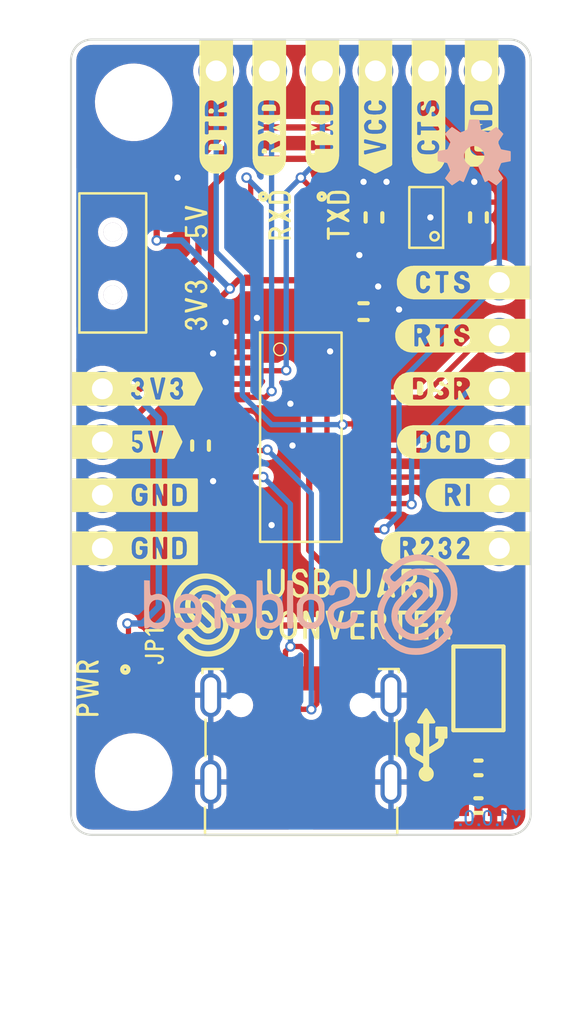
<source format=kicad_pcb>
(kicad_pcb (version 20210623) (generator pcbnew)
  (layers (0 "F.Cu" mixed) (31 "B.Cu" signal) (34 "B.Paste" user) (35 "F.Paste" user) (36 "B.SilkS" user "B.Silkscreen") (37 "F.SilkS" user "F.Silkscreen") (38 "B.Mask" user) (39 "F.Mask" user) (44 "Edge.Cuts" user))
  (net 0 "")
  (net 1 "VUSB")
  (net 2 "GND")
  (net 3 "Net-(C2-Pad1)")
  (net 4 "+3V3")
  (net 5 "TXD0")
  (net 6 "Net-(D1-Pad1)")
  (net 7 "RXD0")
  (net 8 "Net-(D2-Pad1)")
  (net 9 "Net-(D3-Pad1)")
  (net 10 "Net-(F1-Pad2)")
  (net 12 "D-")
  (net 13 "D+")
  (net 14 "Net-(K1-PadB5)")
  (net 16 "Net-(K1-PadA5)")
  (net 17 "R232")
  (net 18 "RI")
  (net 19 "DCD")
  (net 20 "DSR")
  (net 21 "RTS")
  (net 22 "CTS")
  (net 23 "Net-(K4-Pad4)")
  (net 24 "DTR")
  (net 26 "Net-(R5-Pad1)")
  (footprint "Soldered Graphics:Logo-Front-Soldered-4mm" (layer "F.Cu") (at 106.5 119.5)
    (fp_text reference "G***" hide)
    (fp_text value "LOGO" hide)
  )
  (footprint "buzzardLabel" (layer "F.Cu") (at 99.6 108.69)
    (fp_text reference "" (at 0 0) (layer "F.SilkS") (effects (font (size 1.27 1.27))))
    (fp_text value "" (at 0 0) (layer "F.SilkS") (effects (font (size 1.27 1.27))))
  )
  (footprint "e-radionica.com footprinti:0402LED" (layer "F.Cu") (at 102 123 90)
    (fp_text reference "D3")
    (fp_text value "purple")
    (pad "1" smd rect locked (at -0.55 0 180) (size 0.75 0.45) (layers "F.Cu" "F.Paste" "F.Mask") (net 9 "Net-(D3-Pad1)"))
    (pad "2" smd rect locked (at 0.55 0 180) (size 0.75 0.45) (layers "F.Cu" "F.Paste" "F.Mask") (net 2 "GND"))
  )
  (footprint "e-radionica.com footprinti:0603C" (layer "F.Cu") (at 114 105 180)
    (fp_text reference "C1")
    (fp_text value "0.1uF")
    (pad "1" smd rect locked (at -0.73 0 180) (size 0.66 1) (layers "F.Cu" "F.Paste" "F.Mask") (net 2 "GND"))
    (pad "2" smd rect locked (at 0.73 0 180) (size 0.66 1) (layers "F.Cu" "F.Paste" "F.Mask") (net 1 "VUSB"))
  )
  (footprint "e-radionica.com footprinti:HEADER_MALE_6X1" (layer "F.Cu") (at 120.5 109.96 -90)
    (fp_text reference "K2")
    (fp_text value "HEADER_MALE_6X1")
    (pad "1" thru_hole circle locked (at -6.35 0 270) (size 1.7 1.7) (drill 1) (layers *.Cu *.Mask) (net 22 "CTS"))
    (pad "2" thru_hole circle locked (at -3.81 0 270) (size 1.7 1.7) (drill 1) (layers *.Cu *.Mask) (net 21 "RTS"))
    (pad "3" thru_hole circle locked (at -1.27 0 270) (size 1.7 1.7) (drill 1) (layers *.Cu *.Mask) (net 20 "DSR"))
    (pad "4" thru_hole circle locked (at 1.27 0 270) (size 1.7 1.7) (drill 1) (layers *.Cu *.Mask) (net 19 "DCD"))
    (pad "5" thru_hole circle locked (at 3.81 0 270) (size 1.7 1.7) (drill 1) (layers *.Cu *.Mask) (net 18 "RI"))
    (pad "6" thru_hole circle locked (at 6.35 0 270) (size 1.7 1.7) (drill 1) (layers *.Cu *.Mask) (net 17 "R232"))
  )
  (footprint "e-radionica.com footprinti:FIDUCIAL_23" (layer "F.Cu") (at 111 128)
    (fp_text reference "FD1")
    (fp_text value "FIDUCIAL")
    (fp_circle (center 0 0) (end 1 0) (layer "F.Cu") (width 0.2) (fill none))
    (pad "1" smd circle (at 0 0) (size 1 1) (layers "F.Cu" "F.Paste" "F.Mask") (clearance 1.1))
  )
  (footprint "buzzardLabel" (layer "F.Cu") (at 122.4 108.69)
    (fp_text reference "" (at 0 0) (layer "F.SilkS") (effects (font (size 1.27 1.27))))
    (fp_text value "" (at 0 0) (layer "F.SilkS") (effects (font (size 1.27 1.27))))
  )
  (footprint "buzzardLabel" (layer "F.Cu") (at 106.95 91.6 90)
    (fp_text reference "" (at 0 0 90) (layer "F.SilkS") (effects (font (size 1.27 1.27))))
    (fp_text value "" (at 0 0 90) (layer "F.SilkS") (effects (font (size 1.27 1.27))))
  )
  (footprint "e-radionica.com footprinti:0603C" (layer "F.Cu") (at 119.5 100.5 -90)
    (fp_text reference "C3")
    (fp_text value "2.2uF")
    (pad "1" smd rect locked (at -0.73 0 270) (size 0.66 1) (layers "F.Cu" "F.Paste" "F.Mask") (net 2 "GND"))
    (pad "2" smd rect locked (at 0.73 0 270) (size 0.66 1) (layers "F.Cu" "F.Paste" "F.Mask") (net 1 "VUSB"))
  )
  (footprint "buzzardLabel" (layer "F.Cu") (at 113.5 120)
    (fp_text reference "" (at 0 0) (layer "F.SilkS") (effects (font (size 1.27 1.27))))
    (fp_text value "" (at 0 0) (layer "F.SilkS") (effects (font (size 1.27 1.27))))
  )
  (footprint "e-radionica.com footprinti:0603C" (layer "F.Cu") (at 106.2 111.4 -90)
    (fp_text reference "C2")
    (fp_text value "0.1uF")
    (pad "1" smd rect locked (at -0.73 0 270) (size 0.66 1) (layers "F.Cu" "F.Paste" "F.Mask") (net 3 "Net-(C2-Pad1)"))
    (pad "2" smd rect locked (at 0.73 0 270) (size 0.66 1) (layers "F.Cu" "F.Paste" "F.Mask") (net 2 "GND"))
  )
  (footprint "Soldered Graphics:Logo-Back-OSH-3.5mm" (layer "F.Cu") (at 119.3 97.4)
    (fp_text reference "G***" hide)
    (fp_text value "LOGO" hide)
  )
  (footprint "buzzardLabel" (layer "F.Cu") (at 100.8 123 90)
    (fp_text reference "" (at 0 0 90) (layer "F.SilkS") (effects (font (size 1.27 1.27))))
    (fp_text value "" (at 0 0 90) (layer "F.SilkS") (effects (font (size 1.27 1.27))))
  )
  (footprint "buzzardLabel" (layer "F.Cu") (at 122.4 111.23)
    (fp_text reference "" (at 0 0) (layer "F.SilkS") (effects (font (size 1.27 1.27))))
    (fp_text value "" (at 0 0) (layer "F.SilkS") (effects (font (size 1.27 1.27))))
  )
  (footprint "buzzardLabel" (layer "F.Cu") (at 117.11 91.6 90)
    (fp_text reference "" (at 0 0 90) (layer "F.SilkS") (effects (font (size 1.27 1.27))))
    (fp_text value "" (at 0 0 90) (layer "F.SilkS") (effects (font (size 1.27 1.27))))
  )
  (footprint "buzzardLabel" (layer "F.Cu") (at 106 104.7 90)
    (fp_text reference "" (at 0 0 90) (layer "F.SilkS") (effects (font (size 1.27 1.27))))
    (fp_text value "" (at 0 0 90) (layer "F.SilkS") (effects (font (size 1.27 1.27))))
  )
  (footprint "buzzardLabel" (layer "F.Cu") (at 122.4 106.15)
    (fp_text reference "" (at 0 0) (layer "F.SilkS") (effects (font (size 1.27 1.27))))
    (fp_text value "" (at 0 0) (layer "F.SilkS") (effects (font (size 1.27 1.27))))
  )
  (footprint "e-radionica.com footprinti:0603C" (layer "F.Cu") (at 114.5 100.5 -90)
    (fp_text reference "C4")
    (fp_text value "2.2uF")
    (pad "1" smd rect locked (at -0.73 0 270) (size 0.66 1) (layers "F.Cu" "F.Paste" "F.Mask") (net 2 "GND"))
    (pad "2" smd rect locked (at 0.73 0 270) (size 0.66 1) (layers "F.Cu" "F.Paste" "F.Mask") (net 4 "+3V3"))
  )
  (footprint "e-radionica.com footprinti:SMD-JUMPER-CONNECTED_TRACE_SLODERMASK" (layer "F.Cu") (at 102.75 121 -90)
    (fp_text reference "JP1")
    (fp_text value "SMD-JUMPER-CONNECTED_TRACE_SLODERMASK")
    (fp_poly (pts (xy 0.1 0.1) (xy -0.1 0.1) (xy -0.1 -0.1) (xy 0.1 -0.1)) (layer "F.Cu") (width 0.1) (fill solid))
    (pad "1" smd rect (at -0.35 0 270) (size 0.5 1) (layers "F.Cu" "F.Mask") (net 4 "+3V3"))
    (pad "2" smd rect (at 0.35 0 270) (size 0.5 1) (layers "F.Cu" "F.Mask") (net 26 "Net-(R5-Pad1)"))
  )
  (footprint "e-radionica.com footprinti:0402R" (layer "F.Cu") (at 103.5 123 -90)
    (fp_text reference "R5")
    (fp_text value "2k2")
    (pad "1" smd rect locked (at -0.5 0) (size 0.64 0.54) (layers "F.Cu" "F.Paste" "F.Mask") (net 26 "Net-(R5-Pad1)"))
    (pad "2" smd rect locked (at 0.5 0) (size 0.64 0.54) (layers "F.Cu" "F.Paste" "F.Mask") (net 9 "Net-(D3-Pad1)"))
  )
  (footprint "buzzardLabel" (layer "F.Cu") (at 122.4 116.31)
    (fp_text reference "" (at 0 0) (layer "F.SilkS") (effects (font (size 1.27 1.27))))
    (fp_text value "" (at 0 0) (layer "F.SilkS") (effects (font (size 1.27 1.27))))
  )
  (footprint "buzzardLabel" (layer "F.Cu") (at 99.6 113.77)
    (fp_text reference "" (at 0 0) (layer "F.SilkS") (effects (font (size 1.27 1.27))))
    (fp_text value "" (at 0 0) (layer "F.SilkS") (effects (font (size 1.27 1.27))))
  )
  (footprint "buzzardLabel" (layer "F.Cu") (at 99.6 111.23)
    (fp_text reference "" (at 0 0) (layer "F.SilkS") (effects (font (size 1.27 1.27))))
    (fp_text value "" (at 0 0) (layer "F.SilkS") (effects (font (size 1.27 1.27))))
  )
  (footprint "e-radionica.com footprinti:0603R" (layer "F.Cu") (at 119.5 126.8)
    (fp_text reference "R1")
    (fp_text value "5.1k")
    (pad "1" smd rect locked (at -0.775 0 90) (size 1 0.64) (layers "F.Cu" "F.Paste" "F.Mask") (net 14 "Net-(K1-PadB5)"))
    (pad "2" smd rect locked (at 0.775 0 90) (size 1 0.64) (layers "F.Cu" "F.Paste" "F.Mask") (net 2 "GND"))
  )
  (footprint "Soldered Graphics:Logo-Back-SolderedFULL-15mm" (layer "F.Cu") (at 111 119)
    (fp_text reference "REF**" hide)
    (fp_text value "Logo-Front-SolderedFULL-15mm" hide)
  )
  (footprint "buzzardLabel" (layer "F.Cu") (at 106 100.7 90)
    (fp_text reference "" (at 0 0 90) (layer "F.SilkS") (effects (font (size 1.27 1.27))))
    (fp_text value "" (at 0 0 90) (layer "F.SilkS") (effects (font (size 1.27 1.27))))
  )
  (footprint "buzzardLabel" (layer "F.Cu") (at 122.4 113.77)
    (fp_text reference "" (at 0 0) (layer "F.SilkS") (effects (font (size 1.27 1.27))))
    (fp_text value "" (at 0 0) (layer "F.SilkS") (effects (font (size 1.27 1.27))))
  )
  (footprint "buzzardLabel" (layer "F.Cu") (at 114.57 91.6 90)
    (fp_text reference "" (at 0 0 90) (layer "F.SilkS") (effects (font (size 1.27 1.27))))
    (fp_text value "" (at 0 0 90) (layer "F.SilkS") (effects (font (size 1.27 1.27))))
  )
  (footprint "e-radionica.com footprinti:SOP-16" (layer "F.Cu") (at 111 111)
    (fp_text reference "U1")
    (fp_text value "CH340C")
    (pad "1" smd rect locked (at -2.95 -4.445) (size 1.05 0.48) (layers "F.Cu" "F.Paste" "F.Mask") (net 2 "GND"))
    (pad "2" smd rect locked (at -2.95 -3.175) (size 1.05 0.48) (layers "F.Cu" "F.Paste" "F.Mask") (net 5 "TXD0"))
    (pad "3" smd rect locked (at -2.95 -1.905) (size 1.05 0.48) (layers "F.Cu" "F.Paste" "F.Mask") (net 7 "RXD0"))
    (pad "4" smd rect locked (at -2.95 -0.635) (size 1.05 0.48) (layers "F.Cu" "F.Paste" "F.Mask") (net 3 "Net-(C2-Pad1)"))
    (pad "5" smd rect locked (at -2.95 0.635) (size 1.05 0.48) (layers "F.Cu" "F.Paste" "F.Mask") (net 13 "D+"))
    (pad "6" smd rect locked (at -2.95 1.905) (size 1.05 0.48) (layers "F.Cu" "F.Paste" "F.Mask") (net 12 "D-"))
    (pad "7" smd rect locked (at -2.95 3.175) (size 1.05 0.48) (layers "F.Cu" "F.Paste" "F.Mask"))
    (pad "8" smd rect locked (at -2.95 4.445) (size 1.05 0.48) (layers "F.Cu" "F.Paste" "F.Mask"))
    (pad "9" smd rect locked (at 2.95 4.445) (size 1.05 0.48) (layers "F.Cu" "F.Paste" "F.Mask") (net 22 "CTS"))
    (pad "10" smd rect locked (at 2.95 3.175) (size 1.05 0.48) (layers "F.Cu" "F.Paste" "F.Mask") (net 20 "DSR"))
    (pad "11" smd rect locked (at 2.95 1.905) (size 1.05 0.48) (layers "F.Cu" "F.Paste" "F.Mask") (net 18 "RI"))
    (pad "12" smd rect locked (at 2.95 0.635) (size 1.05 0.48) (layers "F.Cu" "F.Paste" "F.Mask") (net 19 "DCD"))
    (pad "13" smd rect locked (at 2.95 -0.635) (size 1.05 0.48) (layers "F.Cu" "F.Paste" "F.Mask") (net 24 "DTR"))
    (pad "14" smd rect locked (at 2.95 -1.905) (size 1.05 0.48) (layers "F.Cu" "F.Paste" "F.Mask") (net 21 "RTS"))
    (pad "15" smd rect locked (at 2.95 -3.175) (size 1.05 0.48) (layers "F.Cu" "F.Paste" "F.Mask") (net 17 "R232"))
    (pad "16" smd rect locked (at 2.95 -4.445) (size 1.05 0.48) (layers "F.Cu" "F.Paste" "F.Mask") (net 1 "VUSB"))
  )
  (footprint "buzzardLabel" (layer "F.Cu") (at 112.03 91.6 90)
    (fp_text reference "" (at 0 0 90) (layer "F.SilkS") (effects (font (size 1.27 1.27))))
    (fp_text value "" (at 0 0 90) (layer "F.SilkS") (effects (font (size 1.27 1.27))))
  )
  (footprint "e-radionica.com footprinti:HEADER_MALE_6X1" (layer "F.Cu") (at 113.3 93.5)
    (fp_text reference "K4")
    (fp_text value "FTDI_HEADER")
    (pad "1" thru_hole circle locked (at -6.35 0) (size 1.7 1.7) (drill 1) (layers *.Cu *.Mask) (net 24 "DTR"))
    (pad "2" thru_hole circle locked (at -3.81 0) (size 1.7 1.7) (drill 1) (layers *.Cu *.Mask) (net 7 "RXD0"))
    (pad "3" thru_hole circle locked (at -1.27 0) (size 1.7 1.7) (drill 1) (layers *.Cu *.Mask) (net 5 "TXD0"))
    (pad "4" thru_hole circle locked (at 1.27 0) (size 1.7 1.7) (drill 1) (layers *.Cu *.Mask) (net 23 "Net-(K4-Pad4)"))
    (pad "5" thru_hole circle locked (at 3.81 0) (size 1.7 1.7) (drill 1) (layers *.Cu *.Mask) (net 22 "CTS"))
    (pad "6" thru_hole circle locked (at 6.35 0) (size 1.7 1.7) (drill 1) (layers *.Cu *.Mask) (net 2 "GND"))
  )
  (footprint "e-radionica.com footprinti:HOLE_3.2mm" (layer "F.Cu") (at 103 127)
    (fp_text reference "H1" hide)
    (fp_text value "HOLE_3.2mm" hide)
    (pad "" np_thru_hole circle locked (at 0 0) (size 3.2 3.2) (drill 3.2) (layers F&B.Cu *.Mask))
  )
  (footprint "buzzardLabel" (layer "F.Cu") (at 112.8 100.4 90)
    (fp_text reference "" (at 0 0 90) (layer "F.SilkS") (effects (font (size 1.27 1.27))))
    (fp_text value "" (at 0 0 90) (layer "F.SilkS") (effects (font (size 1.27 1.27))))
  )
  (footprint "e-radionica.com footprinti:0402LED" (layer "F.Cu") (at 108.6 100.4 90)
    (fp_text reference "D2")
    (fp_text value "blue")
    (pad "1" smd rect locked (at -0.55 0 180) (size 0.75 0.45) (layers "F.Cu" "F.Paste" "F.Mask") (net 8 "Net-(D2-Pad1)"))
    (pad "2" smd rect locked (at 0.55 0 180) (size 0.75 0.45) (layers "F.Cu" "F.Paste" "F.Mask") (net 7 "RXD0"))
  )
  (footprint "e-radionica.com footprinti:0402R" (layer "F.Cu") (at 108.6 103 -90)
    (fp_text reference "R4")
    (fp_text value "10k")
    (pad "1" smd rect locked (at -0.5 0) (size 0.64 0.54) (layers "F.Cu" "F.Paste" "F.Mask") (net 8 "Net-(D2-Pad1)"))
    (pad "2" smd rect locked (at 0.5 0) (size 0.64 0.54) (layers "F.Cu" "F.Paste" "F.Mask") (net 1 "VUSB"))
  )
  (footprint "buzzardLabel" (layer "F.Cu") (at 113.5 118)
    (fp_text reference "" (at 0 0) (layer "F.SilkS") (effects (font (size 1.27 1.27))))
    (fp_text value "" (at 0 0) (layer "F.SilkS") (effects (font (size 1.27 1.27))))
  )
  (footprint "e-radionica.com footprinti:SOT-23-5" (layer "F.Cu") (at 117 100.5 180)
    (fp_text reference "U2")
    (fp_text value "SE5218")
    (pad "1" smd rect locked (at -1.1 -0.95 180) (size 0.7 0.45) (layers "F.Cu" "F.Paste" "F.Mask") (net 1 "VUSB"))
    (pad "2" smd rect locked (at -1.1 0 180) (size 0.7 0.45) (layers "F.Cu" "F.Paste" "F.Mask") (net 2 "GND"))
    (pad "3" smd rect locked (at -1.1 0.95 180) (size 0.7 0.45) (layers "F.Cu" "F.Paste" "F.Mask") (net 1 "VUSB"))
    (pad "4" smd rect locked (at 1.1 0.95 180) (size 0.7 0.45) (layers "F.Cu" "F.Paste" "F.Mask"))
    (pad "5" smd rect locked (at 1.1 -0.95 180) (size 0.7 0.45) (layers "F.Cu" "F.Paste" "F.Mask") (net 4 "+3V3"))
  )
  (footprint "e-radionica.com footprinti:HEADER_MALE_4X1" (layer "F.Cu") (at 101.5 112.5 90)
    (fp_text reference "K3")
    (fp_text value "HEADER_MALE_4X1")
    (pad "1" thru_hole circle locked (at -3.81 0 90) (size 1.7 1.7) (drill 1) (layers *.Cu *.Mask) (net 2 "GND"))
    (pad "2" thru_hole circle locked (at -1.27 0 90) (size 1.7 1.7) (drill 1) (layers *.Cu *.Mask) (net 2 "GND"))
    (pad "3" thru_hole circle locked (at 1.27 0 90) (size 1.7 1.7) (drill 1) (layers *.Cu *.Mask) (net 1 "VUSB"))
    (pad "4" thru_hole circle locked (at 3.81 0 90) (size 1.7 1.7) (drill 1) (layers *.Cu *.Mask) (net 4 "+3V3"))
  )
  (footprint "buzzardLabel" (layer "F.Cu") (at 104 121 90)
    (fp_text reference "" (at 0 0 90) (layer "F.SilkS") (effects (font (size 1.27 1.27))))
    (fp_text value "" (at 0 0 90) (layer "F.SilkS") (effects (font (size 1.27 1.27))))
  )
  (footprint "buzzardLabel" (layer "F.Cu") (at 119.65 91.6 90)
    (fp_text reference "" (at 0 0 90) (layer "F.SilkS") (effects (font (size 1.27 1.27))))
    (fp_text value "" (at 0 0 90) (layer "F.SilkS") (effects (font (size 1.27 1.27))))
  )
  (footprint "e-radionica.com footprinti:1206FUSE" (layer "F.Cu") (at 119.5 123 -90)
    (fp_text reference "F1")
    (fp_text value "1206FUSE-500mA")
    (pad "1" smd rect locked (at -1.4 0 270) (size 1 2) (layers "F.Cu" "F.Paste" "F.Mask") (net 1 "VUSB"))
    (pad "2" smd rect locked (at 1.4 0 270) (size 1 2) (layers "F.Cu" "F.Paste" "F.Mask") (net 10 "Net-(F1-Pad2)"))
  )
  (footprint "e-radionica.com footprinti:U262-161N-4BVC11" (layer "F.Cu") (at 111 125)
    (fp_text reference "K1")
    (fp_text value "U262-161N-4BVC11")
    (pad "" np_thru_hole circle locked (at 2.913 -1.2) (size 0.65 0.65) (drill 0.65) (layers F&B.Cu *.Mask))
    (pad "" np_thru_hole circle locked (at -2.862 -1.2) (size 0.65 0.65) (drill 0.65) (layers F&B.Cu *.Mask))
    (pad "A1" smd rect locked (at -3.337 -2.475) (size 0.3 1.15) (layers "F.Cu" "F.Paste" "F.Mask") (net 2 "GND"))
    (pad "A4" smd rect locked (at -2.537 -2.475) (size 0.3 1.15) (layers "F.Cu" "F.Paste" "F.Mask") (net 10 "Net-(F1-Pad2)"))
    (pad "A5" smd rect locked (at -1.237 -2.475) (size 0.3 1.15) (layers "F.Cu" "F.Paste" "F.Mask") (net 16 "Net-(K1-PadA5)"))
    (pad "A6" smd rect locked (at -0.237 -2.475) (size 0.3 1.15) (layers "F.Cu" "F.Paste" "F.Mask") (net 13 "D+"))
    (pad "A7" smd rect locked (at 0.263 -2.475) (size 0.3 1.15) (layers "F.Cu" "F.Paste" "F.Mask") (net 12 "D-"))
    (pad "A8" smd rect locked (at 1.263 -2.475) (size 0.3 1.15) (layers "F.Cu" "F.Paste" "F.Mask"))
    (pad "A9" smd rect locked (at 2.563 -2.475) (size 0.3 1.15) (layers "F.Cu" "F.Paste" "F.Mask") (net 10 "Net-(F1-Pad2)"))
    (pad "A12" smd rect locked (at 3.338 -2.475) (size 0.3 1.15) (layers "F.Cu" "F.Paste" "F.Mask") (net 2 "GND"))
    (pad "B1" smd rect locked (at 3.138 -2.475) (size 0.3 1.15) (layers "F.Cu" "F.Paste" "F.Mask") (net 2 "GND"))
    (pad "B4" smd rect locked (at 2.363 -2.475) (size 0.3 1.15) (layers "F.Cu" "F.Paste" "F.Mask") (net 10 "Net-(F1-Pad2)"))
    (pad "B5" smd rect locked (at 1.763 -2.475) (size 0.3 1.15) (layers "F.Cu" "F.Paste" "F.Mask") (net 14 "Net-(K1-PadB5)"))
    (pad "B6" smd rect locked (at 0.763 -2.475) (size 0.3 1.15) (layers "F.Cu" "F.Paste" "F.Mask") (net 13 "D+"))
    (pad "B7" smd rect locked (at -0.737 -2.475) (size 0.3 1.15) (layers "F.Cu" "F.Paste" "F.Mask") (net 12 "D-"))
    (pad "B8" smd rect locked (at -1.737 -2.475) (size 0.3 1.15) (layers "F.Cu" "F.Paste" "F.Mask"))
    (pad "B9" smd rect locked (at -2.337 -2.475) (size 0.3 1.15) (layers "F.Cu" "F.Paste" "F.Mask") (net 10 "Net-(F1-Pad2)"))
    (pad "B12" smd rect locked (at -3.112 -2.475) (size 0.3 1.15) (layers "F.Cu" "F.Paste" "F.Mask") (net 2 "GND"))
    (pad "SH" thru_hole oval locked (at 4.313 2.475) (size 1 2.1) (drill oval 0.6 1.7) (layers *.Cu *.Mask) (net 2 "GND"))
    (pad "SH" thru_hole oval locked (at 4.313 -1.675) (size 1 2.1) (drill oval 0.6 1.7) (layers *.Cu *.Mask) (net 2 "GND"))
    (pad "SH" thru_hole oval locked (at -4.312 2.475) (size 1 2.1) (drill oval 0.6 1.7) (layers *.Cu *.Mask) (net 2 "GND"))
    (pad "SH" thru_hole oval locked (at -4.312 -1.675) (size 1 2.1) (drill oval 0.6 1.7) (layers *.Cu *.Mask) (net 2 "GND"))
  )
  (footprint "buzzardLabel" (layer "F.Cu") (at 110 100.4 90)
    (fp_text reference "" (at 0 0 90) (layer "F.SilkS") (effects (font (size 1.27 1.27))))
    (fp_text value "" (at 0 0 90) (layer "F.SilkS") (effects (font (size 1.27 1.27))))
  )
  (footprint "buzzardLabel" (layer "F.Cu") (at 122.4 103.61)
    (fp_text reference "" (at 0 0) (layer "F.SilkS") (effects (font (size 1.27 1.27))))
    (fp_text value "" (at 0 0) (layer "F.SilkS") (effects (font (size 1.27 1.27))))
  )
  (footprint "buzzardLabel" (layer "F.Cu") (at 109.49 91.6 90)
    (fp_text reference "" (at 0 0 90) (layer "F.SilkS") (effects (font (size 1.27 1.27))))
    (fp_text value "" (at 0 0 90) (layer "F.SilkS") (effects (font (size 1.27 1.27))))
  )
  (footprint "buzzardLabel" (layer "F.Cu") (at 99.6 116.31)
    (fp_text reference "" (at 0 0) (layer "F.SilkS") (effects (font (size 1.27 1.27))))
    (fp_text value "" (at 0 0) (layer "F.SilkS") (effects (font (size 1.27 1.27))))
  )
  (footprint "Soldered Graphics:Symbol-Front-USB" (layer "F.Cu") (at 117 125.7)
    (fp_text reference "G***" hide)
    (fp_text value "LOGO" hide)
  )
  (footprint "e-radionica.com footprinti:SWITCH_ON_OFF_ON_3296" (layer "F.Cu") (at 102 102.7 90)
    (fp_text reference "S1")
    (fp_text value "PN_ SK-3296S-01-L1")
    (pad "1" smd rect locked (at 2.1 2.1 90) (size 0.9 1.2) (layers "F.Cu" "F.Paste" "F.Mask") (net 1 "VUSB"))
    (pad "2" smd rect locked (at -0.75 2.1 90) (size 0.9 1.2) (layers "F.Cu" "F.Paste" "F.Mask") (net 23 "Net-(K4-Pad4)"))
    (pad "3" smd rect locked (at -2.25 2.1 90) (size 0.9 1.2) (layers "F.Cu" "F.Paste" "F.Mask") (net 4 "+3V3"))
    (pad "MH1" thru_hole circle locked (at -1.5 0 90) (size 0.9 0.9) (drill 0.9) (layers *.Cu *.Mask))
    (pad "MH2" thru_hole circle locked (at 1.5 0 90) (size 0.9 0.9) (drill 0.9) (layers *.Cu *.Mask))
    (pad "MP1" smd rect locked (at -3.8 1.125 90) (size 0.8 0.9) (layers "F.Cu" "F.Paste" "F.Mask"))
    (pad "MP2" smd rect locked (at 3.75 1.125 90) (size 0.8 0.9) (layers "F.Cu" "F.Paste" "F.Mask"))
    (pad "MP3" smd rect locked (at 3.8 -1.075 90) (size 0.8 0.9) (layers "F.Cu" "F.Paste" "F.Mask"))
    (pad "MP4" smd rect locked (at -3.8 -1.075 90) (size 0.8 0.9) (layers "F.Cu" "F.Paste" "F.Mask"))
  )
  (footprint "e-radionica.com footprinti:0603R" (layer "F.Cu") (at 119.5 128.6)
    (fp_text reference "R2")
    (fp_text value "5.1k")
    (pad "1" smd rect locked (at -0.775 0 90) (size 1 0.64) (layers "F.Cu" "F.Paste" "F.Mask") (net 16 "Net-(K1-PadA5)"))
    (pad "2" smd rect locked (at 0.775 0 90) (size 1 0.64) (layers "F.Cu" "F.Paste" "F.Mask") (net 2 "GND"))
  )
  (footprint "e-radionica.com footprinti:0402R" (layer "F.Cu") (at 111.4 103 -90)
    (fp_text reference "R3")
    (fp_text value "10k")
    (pad "1" smd rect locked (at -0.5 0) (size 0.64 0.54) (layers "F.Cu" "F.Paste" "F.Mask") (net 6 "Net-(D1-Pad1)"))
    (pad "2" smd rect locked (at 0.5 0) (size 0.64 0.54) (layers "F.Cu" "F.Paste" "F.Mask") (net 1 "VUSB"))
  )
  (footprint "e-radionica.com footprinti:0402LED" (layer "F.Cu") (at 111.4 100.4 90)
    (fp_text reference "D1")
    (fp_text value "white")
    (pad "1" smd rect locked (at -0.55 0 180) (size 0.75 0.45) (layers "F.Cu" "F.Paste" "F.Mask") (net 6 "Net-(D1-Pad1)"))
    (pad "2" smd rect locked (at 0.55 0 180) (size 0.75 0.45) (layers "F.Cu" "F.Paste" "F.Mask") (net 5 "TXD0"))
  )
  (footprint "e-radionica.com footprinti:HOLE_3.2mm" (layer "F.Cu") (at 103 95)
    (fp_text reference "H2" hide)
    (fp_text value "HOLE_3.2mm" hide)
    (pad "" np_thru_hole circle locked (at 0 0) (size 3.2 3.2) (drill 3.2) (layers F&B.Cu *.Mask))
  )
  (footprint "Soldered Graphics:Version1.0.0." (layer "B.Cu") (at 120 129.2 180)
    (fp_text reference "" (at 0 0) (layer "B.SilkS") (effects (font (size 1.27 1.27)) (justify mirror)))
    (fp_text value "" (at 0 0) (layer "B.SilkS") (effects (font (size 1.27 1.27)) (justify mirror)))
    (fp_poly (pts (xy 1.31 -0.38) (xy 1.36 -0.38) (xy 1.41 -0.37) (xy 1.42 -0.33) (xy 1.42 -0.27) (xy 1.38 -0.26) (xy 1.33 -0.26) (xy 1.3 -0.29) (xy 1.3 -0.34) (xy 1.31 -0.38)) (layer "B.Cu") (width 0.01) (fill solid))
    (fp_poly (pts (xy -1.33 -0.35) (xy -1.27 -0.35) (xy -1.25 -0.31) (xy -1.09 0.1) (xy -1.11 0.13) (xy -1.16 0.13) (xy -1.19 0.1) (xy -1.28 -0.16) (xy -1.3 -0.21) (xy -1.32 -0.17) (xy -1.41 0.09) (xy -1.44 0.13) (xy -1.49 0.13) (xy -1.51 0.1) (xy -1.36 -0.31) (xy -1.33 -0.35)) (layer "B.Cu") (width 0.01) (fill solid))
    (fp_poly (pts (xy 0.06 -0.35) (xy 0.11 -0.35) (xy 0.17 -0.33) (xy 0.13 -0.28) (xy 0.03 -0.28) (xy -0.01 -0.25) (xy -0.03 -0.2) (xy -0.05 -0.15) (xy -0.05 -0.11) (xy -0.05 0.01) (xy -0.05 0.13) (xy -0.05 0.17) (xy -0.03 0.22) (xy -0.01 0.27) (xy 0.02 0.3) (xy 0.13 0.3) (xy 0.16 0.26) (xy 0.18 0.21) (xy 0.18 0.15) (xy 0.19 0.05) (xy 0.19 -0.08) (xy 0.19 -0.12) (xy 0.18 -0.17) (xy 0.16 -0.22) (xy 0.14 -0.27) (xy 0.14 -0.28) (xy 0.17 -0.32) (xy 0.21 -0.29) (xy 0.24 -0.26) (xy 0.26 -0.22) (xy 0.27 -0.16) (xy 0.28 -0.11) (xy 0.28 -0.06) (xy 0.28 0.06) (xy 0.28 0.12) (xy 0.27 0.17) (xy 0.26 0.22) (xy 0.25 0.27) (xy 0.22 0.3) (xy 0.19 0.34) (xy 0.13 0.37) (xy 0.08 0.38) (xy 0.02 0.38) (xy -0.03 0.35) (xy -0.08 0.31) (xy -0.1 0.28) (xy -0.12 0.23) (xy -0.14 0.18) (xy -0.14 0.13) (xy -0.15 0.08) (xy -0.15 -0.04) (xy -0.14 -0.1) (xy -0.14 -0.14) (xy -0.13 -0.2) (xy -0.11 -0.25) (xy -0.08 -0.28) (xy -0.05 -0.32) (xy 0.01 -0.35) (xy 0.06 -0.35)) (layer "B.Cu") (width 0.01) (fill solid))
    (fp_poly (pts (xy -0.44 -0.38) (xy -0.39 -0.38) (xy -0.34 -0.37) (xy -0.34 -0.33) (xy -0.34 -0.27) (xy -0.38 -0.26) (xy -0.43 -0.26) (xy -0.46 -0.29) (xy -0.46 -0.34) (xy -0.44 -0.38)) (layer "B.Cu") (width 0.01) (fill solid))
    (fp_poly (pts (xy 0.93 -0.35) (xy 0.99 -0.35) (xy 1.04 -0.33) (xy 1.01 -0.28) (xy 0.91 -0.28) (xy 0.87 -0.25) (xy 0.85 -0.2) (xy 0.83 -0.15) (xy 0.83 -0.11) (xy 0.82 0.01) (xy 0.83 0.13) (xy 0.83 0.17) (xy 0.84 0.22) (xy 0.87 0.27) (xy 0.9 0.3) (xy 1.01 0.3) (xy 1.04 0.26) (xy 1.05 0.21) (xy 1.06 0.15) (xy 1.07 0.05) (xy 1.07 -0.08) (xy 1.06 -0.12) (xy 1.06 -0.17) (xy 1.04 -0.22) (xy 1.02 -0.27) (xy 1.01 -0.28) (xy 1.05 -0.32) (xy 1.09 -0.29) (xy 1.12 -0.26) (xy 1.14 -0.22) (xy 1.15 -0.16) (xy 1.16 -0.11) (xy 1.16 -0.06) (xy 1.16 0.06) (xy 1.16 0.12) (xy 1.15 0.17) (xy 1.14 0.22) (xy 1.13 0.27) (xy 1.1 0.3) (xy 1.06 0.34) (xy 1.01 0.37) (xy 0.95 0.38) (xy 0.9 0.38) (xy 0.84 0.35) (xy 0.8 0.31) (xy 0.78 0.28) (xy 0.75 0.23) (xy 0.74 0.18) (xy 0.74 0.13) (xy 0.73 0.08) (xy 0.73 -0.04) (xy 0.73 -0.1) (xy 0.74 -0.14) (xy 0.75 -0.2) (xy 0.77 -0.25) (xy 0.79 -0.28) (xy 0.83 -0.32) (xy 0.89 -0.35) (xy 0.93 -0.35)) (layer "B.Cu") (width 0.01) (fill solid))
    (fp_poly (pts (xy 0.43 -0.38) (xy 0.48 -0.38) (xy 0.54 -0.37) (xy 0.54 -0.33) (xy 0.54 -0.27) (xy 0.5 -0.26) (xy 0.45 -0.26) (xy 0.42 -0.29) (xy 0.42 -0.34) (xy 0.43 -0.38)) (layer "B.Cu") (width 0.01) (fill solid))
    (fp_poly (pts (xy -0.67 -0.35) (xy -0.62 -0.35) (xy -0.6 -0.31) (xy -0.6 0.35) (xy -0.64 0.38) (xy -0.69 0.38) (xy -0.73 0.34) (xy -0.84 0.22) (xy -0.86 0.17) (xy -0.83 0.16) (xy -0.73 0.22) (xy -0.69 0.23) (xy -0.69 -0.31) (xy -0.67 -0.35)) (layer "B.Cu") (width 0.01) (fill solid))
  )
  (gr_arc (start 101 93) (end 101 92) (angle -90) (layer "Edge.Cuts") (width 0.1))
  (gr_line (start 122 129) (end 122 93) (layer "Edge.Cuts") (width 0.1))
  (gr_arc (start 121 129) (end 121 130) (angle -90) (layer "Edge.Cuts") (width 0.1))
  (gr_line (start 121 92) (end 101 92) (layer "Edge.Cuts") (width 0.1))
  (gr_arc (start 121 93) (end 121 92) (angle 90) (layer "Edge.Cuts") (width 0.1))
  (gr_line (start 101 130) (end 121 130) (layer "Edge.Cuts") (width 0.1))
  (gr_line (start 100 93) (end 100 129) (layer "Edge.Cuts") (width 0.1))
  (gr_arc (start 101 129) (end 101 130) (angle 90) (layer "Edge.Cuts") (width 0.1))
  (segment (start 116.5 100.2) (end 116.5 100.8) (width 0.2) (layer "F.Cu") (net 1))
  (segment (start 113.95 106.25) (end 113.27 105.57) (width 0.3) (layer "F.Cu") (net 1))
  (segment (start 118.65 101.45) (end 118.87 101.23) (width 0.3) (layer "F.Cu") (net 1))
  (segment (start 111.4 105.9) (end 111.4 116.4) (width 0.3) (layer "F.Cu") (net 1))
  (segment (start 118.87 101.23) (end 119.5 101.23) (width 0.3) (layer "F.Cu") (net 1))
  (segment (start 119.5 101.9) (end 119.5 101.23) (width 0.3) (layer "F.Cu") (net 1))
  (segment (start 113.27 105.57) (end 113.27 105) (width 0.3) (layer "F.Cu") (net 1))
  (segment (start 118.8 102.6) (end 119.5 101.9) (width 0.3) (layer "F.Cu") (net 1))
  (segment (start 108 103.5) (end 107.6 103.9) (width 0.3) (layer "F.Cu") (net 1))
  (segment (start 118.1 101.45) (end 118.65 101.45) (width 0.3) (layer "F.Cu") (net 1))
  (segment (start 113.95 106.555) (end 113.95 106.25) (width 0.3) (layer "F.Cu") (net 1))
  (segment (start 116.5 100.8) (end 117.15 101.45) (width 0.2) (layer "F.Cu") (net 1))
  (segment (start 113.27 105) (end 112.3 105) (width 0.3) (layer "F.Cu") (net 1))
  (segment (start 105.1 106.4) (end 107.6 103.9) (width 0.3) (layer "F.Cu") (net 1))
  (segment (start 113 118) (end 113.6 118) (width 0.3) (layer "F.Cu") (net 1))
  (segment (start 111.4 103.5) (end 108 103.5) (width 0.3) (layer "F.Cu") (net 1))
  (segment (start 118.1 99.55) (end 117.15 99.55) (width 0.2) (layer "F.Cu") (net 1))
  (segment (start 115.9 118) (end 113.6 118) (width 0.3) (layer "F.Cu") (net 1))
  (segment (start 101.5 111.23) (end 101.87 111.23) (width 0.3) (layer "F.Cu") (net 1))
  (segment (start 107.675 103.975) (end 107.6 103.9) (width 0.3) (layer "F.Cu") (net 1))
  (segment (start 113.27 103.93) (end 114.6 102.6) (width 0.3) (layer "F.Cu") (net 1))
  (segment (start 101.87 111.23) (end 105.1 108) (width 0.3) (layer "F.Cu") (net 1))
  (segment (start 111.4 116.4) (end 113 118) (width 0.3) (layer "F.Cu") (net 1))
  (segment (start 117.15 99.55) (end 116.5 100.2) (width 0.2) (layer "F.Cu") (net 1))
  (segment (start 119.5 121.6) (end 115.9 118) (width 0.3) (layer "F.Cu") (net 1))
  (segment (start 105.1 108) (end 105.1 106.4) (width 0.3) (layer "F.Cu") (net 1))
  (segment (start 112.3 105) (end 111.4 105.9) (width 0.3) (layer "F.Cu") (net 1))
  (segment (start 104.1 101.6) (end 104.1 100.6) (width 0.3) (layer "F.Cu") (net 1))
  (segment (start 114.6 102.6) (end 118.8 102.6) (width 0.3) (layer "F.Cu") (net 1))
  (segment (start 113.27 105) (end 113.27 103.93) (width 0.3) (layer "F.Cu") (net 1))
  (segment (start 111.4 105.9) (end 111.4 103.5) (width 0.3) (layer "F.Cu") (net 1))
  (segment (start 117.15 101.45) (end 118.1 101.45) (width 0.2) (layer "F.Cu") (net 1))
  (via (at 104.1 101.6) (size 0.5) (drill 0.3) (layers "F.Cu" "B.Cu") (net 1))
  (via (at 107.6 103.9) (size 0.5) (drill 0.3) (layers "F.Cu" "B.Cu") (net 1))
  (segment (start 104.1 101.6) (end 105.3 101.6) (width 0.3) (layer "B.Cu") (net 1))
  (segment (start 105.3 101.6) (end 107.6 103.9) (width 0.3) (layer "B.Cu") (net 1))
  (via (at 107.4 105.5) (size 0.5) (drill 0.3) (layers "F.Cu" "B.Cu") (net 2))
  (via (at 110.5 109.4) (size 0.5) (drill 0.3) (layers "F.Cu" "B.Cu") (net 2))
  (via (at 117.2 100.5) (size 0.5) (drill 0.3) (layers "F.Cu" "B.Cu") (net 2))
  (via (at 106.8 113.1) (size 0.5) (drill 0.3) (layers "F.Cu" "B.Cu") (net 2))
  (via (at 114 98.8) (size 0.5) (drill 0.3) (layers "F.Cu" "B.Cu") (net 2))
  (via (at 110.6 111.4) (size 0.5) (drill 0.3) (layers "F.Cu" "B.Cu") (net 2))
  (via (at 115.7 104.9) (size 0.5) (drill 0.3) (layers "F.Cu" "B.Cu") (net 2))
  (via (at 112.4 106.9) (size 0.5) (drill 0.3) (layers "F.Cu" "B.Cu") (net 2))
  (via (at 114.7 103.8) (size 0.5) (drill 0.3) (layers "F.Cu" "B.Cu") (net 2))
  (via (at 115.1 98.8) (size 0.5) (drill 0.3) (layers "F.Cu" "B.Cu") (net 2))
  (via (at 106.8 107) (size 0.5) (drill 0.3) (layers "F.Cu" "B.Cu") (net 2))
  (via (at 105.1 98.6) (size 0.5) (drill 0.3) (layers "F.Cu" "B.Cu") (net 2))
  (via (at 113.8 102.3) (size 0.5) (drill 0.3) (layers "F.Cu" "B.Cu") (net 2))
  (via (at 109.6 115.2) (size 0.5) (drill 0.3) (layers "F.Cu" "B.Cu") (net 2))
  (via (at 108.9 105.3) (size 0.5) (drill 0.3) (layers "F.Cu" "B.Cu") (net 2))
  (via (at 119.3 98.8) (size 0.5) (drill 0.3) (layers "F.Cu" "B.Cu") (net 2))
  (segment (start 106.505 110.365) (end 106.2 110.67) (width 0.254) (layer "F.Cu") (net 3))
  (segment (start 108.05 110.365) (end 106.505 110.365) (width 0.254) (layer "F.Cu") (net 3))
  (segment (start 102.75 119.95) (end 102.7 119.9) (width 0.25) (layer "F.Cu") (net 4))
  (segment (start 102.75 120.65) (end 102.75 119.95) (width 0.25) (layer "F.Cu") (net 4))
  (segment (start 114.5 101.23) (end 113.73 101.23) (width 0.3) (layer "F.Cu") (net 4))
  (segment (start 114.72 101.45) (end 114.5 101.23) (width 0.3) (layer "F.Cu") (net 4))
  (segment (start 104.3 105.15) (end 104.1 104.95) (width 0.3) (layer "F.Cu") (net 4))
  (segment (start 106.7 99.1) (end 106.7 103.5) (width 0.3) (layer "F.Cu") (net 4))
  (segment (start 103.31 108.69) (end 104.3 107.7) (width 0.3) (layer "F.Cu") (net 4))
  (segment (start 112.3 97.7) (end 108.1 97.7) (width 0.3) (layer "F.Cu") (net 4))
  (segment (start 113.73 101.23) (end 113.2 100.7) (width 0.3) (layer "F.Cu") (net 4))
  (segment (start 104.3 107.7) (end 104.3 105.15) (width 0.3) (layer "F.Cu") (net 4))
  (segment (start 106.7 103.5) (end 105.25 104.95) (width 0.3) (layer "F.Cu") (net 4))
  (segment (start 105.25 104.95) (end 104.1 104.95) (width 0.3) (layer "F.Cu") (net 4))
  (segment (start 115.9 101.45) (end 114.72 101.45) (width 0.3) (layer "F.Cu") (net 4))
  (segment (start 101.5 108.69) (end 103.31 108.69) (width 0.3) (layer "F.Cu") (net 4))
  (segment (start 113.2 100.7) (end 113.2 98.6) (width 0.3) (layer "F.Cu") (net 4))
  (segment (start 108.1 97.7) (end 106.7 99.1) (width 0.3) (layer "F.Cu") (net 4))
  (segment (start 113.2 98.6) (end 112.3 97.7) (width 0.3) (layer "F.Cu") (net 4))
  (via (at 102.7 119.9) (size 0.5) (drill 0.3) (layers "F.Cu" "B.Cu") (net 4))
  (segment (start 102.7 119.9) (end 103.4 119.9) (width 0.3) (layer "B.Cu") (net 4))
  (segment (start 102.79 108.69) (end 101.5 108.69) (width 0.3) (layer "B.Cu") (net 4))
  (segment (start 104.2 110.1) (end 102.79 108.69) (width 0.3) (layer "B.Cu") (net 4))
  (segment (start 104.2 119.1) (end 104.2 110.1) (width 0.3) (layer "B.Cu") (net 4))
  (segment (start 103.4 119.9) (end 104.2 119.1) (width 0.3) (layer "B.Cu") (net 4))
  (segment (start 108.05 107.825) (end 110.275 107.825) (width 0.254) (layer "F.Cu") (net 5))
  (segment (start 110.275 107.825) (end 110.3 107.8) (width 0.254) (layer "F.Cu") (net 5))
  (segment (start 111.4 99) (end 111 98.6) (width 0.254) (layer "F.Cu") (net 5))
  (segment (start 111.4 99) (end 111.4 99.85) (width 0.254) (layer "F.Cu") (net 5))
  (via (at 111 98.6) (size 0.5) (drill 0.3) (layers "F.Cu" "B.Cu") (net 5))
  (via (at 110.3 107.8) (size 0.5) (drill 0.3) (layers "F.Cu" "B.Cu") (net 5))
  (segment (start 112.03 97.57) (end 112.03 93.5) (width 0.254) (layer "B.Cu") (net 5))
  (segment (start 111 98.6) (end 112.03 97.57) (width 0.254) (layer "B.Cu") (net 5))
  (segment (start 110.3 99.3) (end 111 98.6) (width 0.254) (layer "B.Cu") (net 5))
  (segment (start 110.3 107.8) (end 110.3 99.3) (width 0.254) (layer "B.Cu") (net 5))
  (segment (start 111.4 100.95) (end 111.4 102.5) (width 0.25) (layer "F.Cu") (net 6))
  (segment (start 108.6 99.85) (end 108.6 98.8) (width 0.25) (layer "F.Cu") (net 7))
  (segment (start 109.305 109.095) (end 109.6 108.8) (width 0.254) (layer "F.Cu") (net 7))
  (segment (start 108.05 109.095) (end 109.305 109.095) (width 0.254) (layer "F.Cu") (net 7))
  (segment (start 108.6 98.8) (end 108.4 98.6) (width 0.254) (layer "F.Cu") (net 7))
  (via (at 108.4 98.6) (size 0.5) (drill 0.3) (layers "F.Cu" "B.Cu") (net 7))
  (via (at 109.6 108.8) (size 0.5) (drill 0.3) (layers "F.Cu" "B.Cu") (net 7))
  (segment (start 109.6 99.8) (end 108.4 98.6) (width 0.254) (layer "B.Cu") (net 7))
  (segment (start 109.6 108.8) (end 109.6 99.8) (width 0.254) (layer "B.Cu") (net 7))
  (segment (start 109.6 93.61) (end 109.49 93.5) (width 0.254) (layer "B.Cu") (net 7))
  (segment (start 109.6 99.8) (end 109.6 93.61) (width 0.254) (layer "B.Cu") (net 7))
  (segment (start 108.6 100.95) (end 108.6 102.5) (width 0.25) (layer "F.Cu") (net 8))
  (segment (start 102 123.55) (end 103.45 123.55) (width 0.25) (layer "F.Cu") (net 9))
  (segment (start 103.45 123.55) (end 103.5 123.5) (width 0.25) (layer "F.Cu") (net 9))
  (segment (start 114 120) (end 115 120) (width 0.3) (layer "F.Cu") (net 10))
  (segment (start 113.363 120.637) (end 114 120) (width 0.3) (layer "F.Cu") (net 10))
  (segment (start 108.463 122.525) (end 108.463 121.037) (width 0.3) (layer "F.Cu") (net 10))
  (segment (start 115.75 120) (end 117.25 121.5) (width 0.3) (layer "F.Cu") (net 10))
  (segment (start 117.25 121.5) (end 117.25 123.75) (width 0.3) (layer "F.Cu") (net 10))
  (segment (start 113.363 122.525) (end 113.363 120.637) (width 0.3) (layer "F.Cu") (net 10))
  (segment (start 109.5 120) (end 115.75 120) (width 0.3) (layer "F.Cu") (net 10))
  (segment (start 108.463 121.037) (end 109.5 120) (width 0.3) (layer "F.Cu") (net 10))
  (segment (start 109.5 120) (end 114 120) (width 0.3) (layer "F.Cu") (net 10))
  (segment (start 117.9 124.4) (end 119.5 124.4) (width 0.3) (layer "F.Cu") (net 10))
  (segment (start 117.25 123.75) (end 117.9 124.4) (width 0.3) (layer "F.Cu") (net 10))
  (segment (start 108.055 112.9) (end 108.05 112.905) (width 0.254) (layer "F.Cu") (net 12))
  (segment (start 111.263 121.263) (end 111.263 122.525) (width 0.254) (layer "F.Cu") (net 12))
  (segment (start 111 121) (end 111.263 121.263) (width 0.254) (layer "F.Cu") (net 12))
  (segment (start 110.5 121) (end 111 121) (width 0.254) (layer "F.Cu") (net 12))
  (segment (start 110.263 121.237) (end 110.5 121) (width 0.254) (layer "F.Cu") (net 12))
  (segment (start 110.263 122.525) (end 110.263 121.237) (width 0.254) (layer "F.Cu") (net 12))
  (segment (start 109.2 112.9) (end 108.055 112.9) (width 0.254) (layer "F.Cu") (net 12))
  (via (at 110.5 121) (size 0.5) (drill 0.3) (layers "F.Cu" "B.Cu") (net 12))
  (via (at 109.2 112.9) (size 0.5) (drill 0.3) (layers "F.Cu" "B.Cu") (net 12))
  (segment (start 110.5 114.2) (end 109.2 112.9) (width 0.254) (layer "B.Cu") (net 12))
  (segment (start 110.5 121) (end 110.5 114.2) (width 0.254) (layer "B.Cu") (net 12))
  (segment (start 110.763 123.763) (end 111 124) (width 0.254) (layer "F.Cu") (net 13))
  (segment (start 111.763 123.737) (end 111.5 124) (width 0.254) (layer "F.Cu") (net 13))
  (segment (start 111 124) (end 111.5 124) (width 0.254) (layer "F.Cu") (net 13))
  (segment (start 111.763 122.525) (end 111.763 123.737) (width 0.254) (layer "F.Cu") (net 13))
  (segment (start 109.365 111.635) (end 108.05 111.635) (width 0.254) (layer "F.Cu") (net 13))
  (segment (start 109.4 111.6) (end 109.365 111.635) (width 0.254) (layer "F.Cu") (net 13))
  (segment (start 110.763 122.525) (end 110.763 123.763) (width 0.254) (layer "F.Cu") (net 13))
  (via (at 111.5 124) (size 0.5) (drill 0.3) (layers "F.Cu" "B.Cu") (net 13))
  (via (at 109.4 111.6) (size 0.5) (drill 0.3) (layers "F.Cu" "B.Cu") (net 13))
  (segment (start 111.5 113.7) (end 111.5 124) (width 0.254) (layer "B.Cu") (net 13))
  (segment (start 109.4 111.6) (end 111.5 113.7) (width 0.254) (layer "B.Cu") (net 13))
  (segment (start 118 126.8) (end 116.3 125.1) (width 0.254) (layer "F.Cu") (net 14))
  (segment (start 113.5 125.1) (end 112.763 124.363) (width 0.254) (layer "F.Cu") (net 14))
  (segment (start 118.725 126.8) (end 118 126.8) (width 0.254) (layer "F.Cu") (net 14))
  (segment (start 112.763 124.363) (end 112.763 122.525) (width 0.254) (layer "F.Cu") (net 14))
  (segment (start 116.3 125.1) (end 113.5 125.1) (width 0.254) (layer "F.Cu") (net 14))
  (segment (start 115.8 125.7) (end 118.7 128.6) (width 0.254) (layer "F.Cu") (net 16))
  (segment (start 118.7 128.6) (end 118.725 128.6) (width 0.254) (layer "F.Cu") (net 16))
  (segment (start 111.8 125.7) (end 115.8 125.7) (width 0.254) (layer "F.Cu") (net 16))
  (segment (start 109.763 122.525) (end 109.763 123.663) (width 0.254) (layer "F.Cu") (net 16))
  (segment (start 109.763 123.663) (end 111.8 125.7) (width 0.254) (layer "F.Cu") (net 16))
  (segment (start 112.25 108.25) (end 112.675 107.825) (width 0.254) (layer "F.Cu") (net 17))
  (segment (start 112.25 116) (end 112.25 108.25) (width 0.254) (layer "F.Cu") (net 17))
  (segment (start 112.675 107.825) (end 113.95 107.825) (width 0.254) (layer "F.Cu") (net 17))
  (segment (start 120.06 116.75) (end 113 116.75) (width 0.254) (layer "F.Cu") (net 17))
  (segment (start 113 116.75) (end 112.25 116) (width 0.254) (layer "F.Cu") (net 17))
  (segment (start 120.5 116.31) (end 120.06 116.75) (width 0.254) (layer "F.Cu") (net 17))
  (segment (start 117.87 113.77) (end 120.5 113.77) (width 0.254) (layer "F.Cu") (net 18))
  (segment (start 113.95 112.905) (end 117.005 112.905) (width 0.254) (layer "F.Cu") (net 18))
  (segment (start 117.005 112.905) (end 117.87 113.77) (width 0.254) (layer "F.Cu") (net 18))
  (segment (start 120.095 111.635) (end 120.5 111.23) (width 0.254) (layer "F.Cu") (net 19))
  (segment (start 113.95 111.635) (end 120.095 111.635) (width 0.254) (layer "F.Cu") (net 19))
  (segment (start 113.95 114.175) (end 116.275 114.175) (width 0.254) (layer "F.Cu") (net 20))
  (segment (start 116.275 114.175) (end 116.3 114.2) (width 0.254) (layer "F.Cu") (net 20))
  (via (at 116.3 114.2) (size 0.5) (drill 0.3) (layers "F.Cu" "B.Cu") (net 20))
  (segment (start 116.3 111.5) (end 119.11 108.69) (width 0.254) (layer "B.Cu") (net 20))
  (segment (start 116.3 114.2) (end 116.3 111.5) (width 0.254) (layer "B.Cu") (net 20))
  (segment (start 119.11 108.69) (end 120.5 108.69) (width 0.254) (layer "B.Cu") (net 20))
  (segment (start 113.95 109.095) (end 116.805 109.095) (width 0.254) (layer "F.Cu") (net 21))
  (segment (start 116.805 109.095) (end 119.75 106.15) (width 0.254) (layer "F.Cu") (net 21))
  (segment (start 119.75 106.15) (end 120.5 106.15) (width 0.254) (layer "F.Cu") (net 21))
  (segment (start 115 115.4) (end 114.955 115.445) (width 0.254) (layer "F.Cu") (net 22))
  (segment (start 114.955 115.445) (end 113.95 115.445) (width 0.254) (layer "F.Cu") (net 22))
  (via (at 115 115.4) (size 0.5) (drill 0.3) (layers "F.Cu" "B.Cu") (net 22))
  (segment (start 117.11 95.41) (end 117.11 93.5) (width 0.254) (layer "B.Cu") (net 22))
  (segment (start 120.49 103.61) (end 120.5 103.61) (width 0.254) (layer "B.Cu") (net 22))
  (segment (start 120.5 103.61) (end 120.5 98.8) (width 0.254) (layer "B.Cu") (net 22))
  (segment (start 115.7 108.4) (end 120.49 103.61) (width 0.254) (layer "B.Cu") (net 22))
  (segment (start 115.7 114.7) (end 115.7 108.4) (width 0.254) (layer "B.Cu") (net 22))
  (segment (start 115 115.4) (end 115.7 114.7) (width 0.254) (layer "B.Cu") (net 22))
  (segment (start 120.5 98.8) (end 117.11 95.41) (width 0.254) (layer "B.Cu") (net 22))
  (segment (start 113.4 96.2) (end 114.57 95.03) (width 0.3) (layer "F.Cu") (net 23))
  (segment (start 106.1 98.5) (end 108.4 96.2) (width 0.3) (layer "F.Cu") (net 23))
  (segment (start 108.4 96.2) (end 113.4 96.2) (width 0.3) (layer "F.Cu") (net 23))
  (segment (start 104.1 103.45) (end 105.05 103.45) (width 0.3) (layer "F.Cu") (net 23))
  (segment (start 106.1 102.4) (end 106.1 98.5) (width 0.3) (layer "F.Cu") (net 23))
  (segment (start 114.57 95.03) (end 114.57 93.5) (width 0.3) (layer "F.Cu") (net 23))
  (segment (start 105.05 103.45) (end 106.1 102.4) (width 0.3) (layer "F.Cu") (net 23))
  (segment (start 113 110.4) (end 113.035 110.365) (width 0.254) (layer "F.Cu") (net 24))
  (segment (start 113.035 110.365) (end 113.95 110.365) (width 0.254) (layer "F.Cu") (net 24))
  (via (at 113 110.4) (size 0.5) (drill 0.3) (layers "F.Cu" "B.Cu") (net 24))
  (segment (start 106.95 102.15) (end 106.95 93.5) (width 0.254) (layer "B.Cu") (net 24))
  (segment (start 113 110.4) (end 109.6 110.4) (width 0.254) (layer "B.Cu") (net 24))
  (segment (start 108.2 109) (end 108.2 103.4) (width 0.254) (layer "B.Cu") (net 24))
  (segment (start 109.6 110.4) (end 108.2 109) (width 0.254) (layer "B.Cu") (net 24))
  (segment (start 108.2 103.4) (end 106.95 102.15) (width 0.254) (layer "B.Cu") (net 24))
  (segment (start 103.5 122.5) (end 103.5 122.1) (width 0.25) (layer "F.Cu") (net 26))
  (segment (start 103.5 122.1) (end 102.75 121.35) (width 0.25) (layer "F.Cu") (net 26))
  (zone (net 2) (net_name "GND") (layers F&B.Cu) (connect_pads (clearance 0.254)) (min_thickness 0.254) (fill yes (thermal_gap 0.254) (thermal_bridge_width 0.254))
    (polygon (pts (xy 122 130) (xy 100 130) (xy 100 92) (xy 122 92)))
  )
)
</source>
